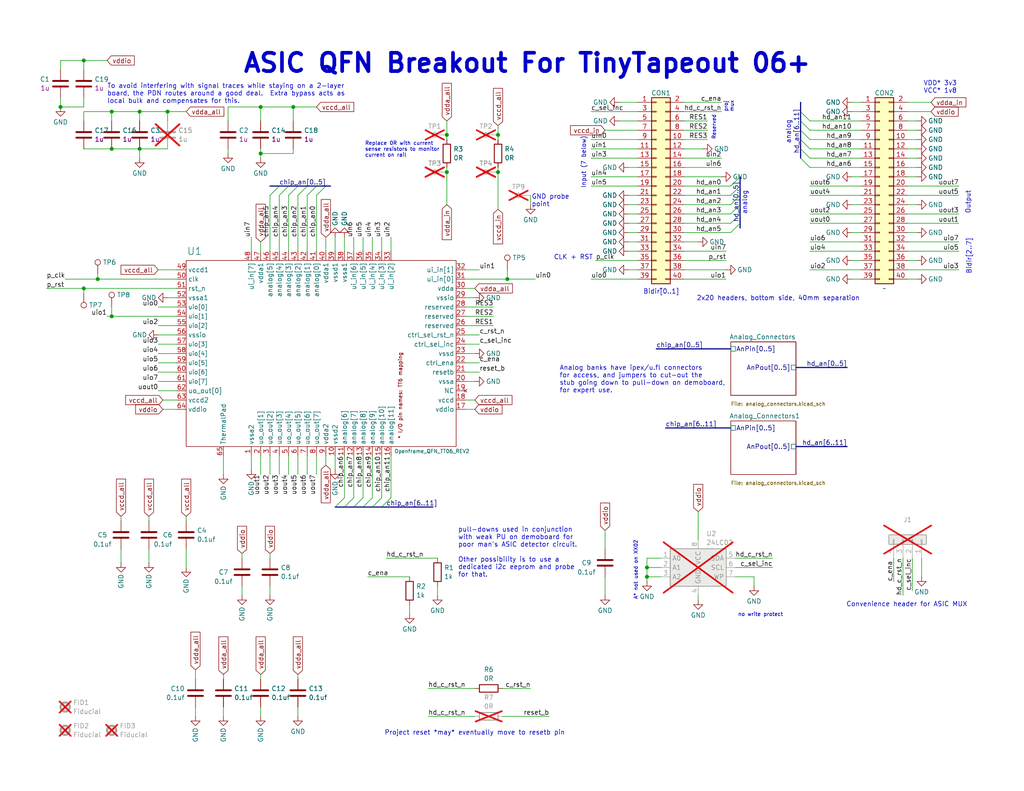
<source format=kicad_sch>
(kicad_sch (version 20231120) (generator "eeschema") (generator_version "8.0")
  (paper "A")
  (title_block (title "TT06 Openframe breakout") (date "2024-11-04") (rev "1.1") (company "Psychogenic Technologies") (comment 1 "(C) 2024 Pat Deegan"))
  (junction (at 121.92 36.83))
  (junction (at 16.51 29.21))
  (junction (at 38.1 30.48))
  (junction (at 135.89 36.83))
  (junction (at 22.86 78.74))
  (junction (at 135.89 46.99))
  (junction (at 45.72 30.48))
  (junction (at 30.48 86.36))
  (junction (at 71.12 29.21))
  (junction (at 26.67 76.2))
  (junction (at 121.92 46.99))
  (junction (at 176.53 154.94))
  (junction (at 38.1 40.64))
  (junction (at 30.48 40.64))
  (junction (at 80.01 29.21))
  (junction (at 138.43 76.2))
  (junction (at 30.48 30.48))
  (junction (at 71.12 41.91))
  (junction (at 176.53 157.48))
  (junction (at 22.86 16.51))
  (bus_entry (at 201.93 50.8) (size -2.54 2.54))
  (bus_entry (at 218.44 40.64) (size 2.54 2.54))
  (bus_entry (at 96.52 138.43) (size 2.54 -2.54))
  (bus_entry (at 201.93 58.42) (size -2.54 2.54))
  (bus_entry (at 218.44 43.18) (size 2.54 2.54))
  (bus_entry (at 76.2 50.8) (size -2.54 2.54))
  (bus_entry (at 101.6 138.43) (size 2.54 -2.54))
  (bus_entry (at 93.98 138.43) (size 2.54 -2.54))
  (bus_entry (at 201.93 48.26) (size -2.54 2.54))
  (bus_entry (at 218.44 30.48) (size 2.54 2.54))
  (bus_entry (at 81.28 50.8) (size -2.54 2.54))
  (bus_entry (at 88.9 50.8) (size -2.54 2.54))
  (bus_entry (at 104.14 138.43) (size 2.54 -2.54))
  (bus_entry (at 218.44 38.1) (size 2.54 2.54))
  (bus_entry (at 91.44 138.43) (size 2.54 -2.54))
  (bus_entry (at 201.93 60.96) (size -2.54 2.54))
  (bus_entry (at 218.44 35.56) (size 2.54 2.54))
  (bus_entry (at 218.44 33.02) (size 2.54 2.54))
  (bus_entry (at 78.74 50.8) (size -2.54 2.54))
  (bus_entry (at 201.93 55.88) (size -2.54 2.54))
  (bus_entry (at 83.82 50.8) (size -2.54 2.54))
  (bus_entry (at 86.36 50.8) (size -2.54 2.54))
  (bus_entry (at 201.93 53.34) (size -2.54 2.54))
  (bus_entry (at 99.06 138.43) (size 2.54 -2.54))
  (wire (pts (xy 22.86 78.74) (xy 48.26 78.74)))
  (wire (pts (xy 104.14 64.77) (xy 104.14 68.58)))
  (wire (pts (xy 186.69 60.96) (xy 199.39 60.96)))
  (bus (pts (xy 218.44 27.94) (xy 218.44 30.48)))
  (wire (pts (xy 220.98 38.1) (xy 234.95 38.1)))
  (wire (pts (xy 251.46 152.4) (xy 251.46 157.48)))
  (wire (pts (xy 48.26 106.68) (xy 43.18 106.68)))
  (wire (pts (xy 68.58 64.77) (xy 68.58 68.58)))
  (wire (pts (xy 22.86 78.74) (xy 22.86 80.01)))
  (bus (pts (xy 181.61 116.84) (xy 199.39 116.84)))
  (wire (pts (xy 38.1 40.64) (xy 38.1 43.18)))
  (wire (pts (xy 104.14 124.46) (xy 104.14 135.89)))
  (wire (pts (xy 127 88.9) (xy 134.62 88.9)))
  (wire (pts (xy 99.06 124.46) (xy 99.06 135.89)))
  (wire (pts (xy 127 86.36) (xy 134.62 86.36)))
  (wire (pts (xy 186.69 76.2) (xy 198.12 76.2)))
  (wire (pts (xy 26.67 74.93) (xy 26.67 76.2)))
  (bus (pts (xy 218.44 38.1) (xy 218.44 40.64)))
  (wire (pts (xy 93.98 64.77) (xy 93.98 68.58)))
  (wire (pts (xy 161.29 38.1) (xy 173.99 38.1)))
  (wire (pts (xy 186.69 38.1) (xy 193.04 38.1)))
  (wire (pts (xy 99.06 64.77) (xy 99.06 68.58)))
  (wire (pts (xy 38.1 40.64) (xy 45.72 40.64)))
  (wire (pts (xy 220.98 66.04) (xy 234.95 66.04)))
  (bus (pts (xy 179.07 95.25) (xy 199.39 95.25)))
  (wire (pts (xy 165.1 144.78) (xy 165.1 149.86)))
  (wire (pts (xy 186.69 68.58) (xy 198.12 68.58)))
  (wire (pts (xy 232.41 63.5) (xy 234.95 63.5)))
  (wire (pts (xy 76.2 53.34) (xy 76.2 68.58)))
  (wire (pts (xy 38.1 30.48) (xy 38.1 33.02)))
  (wire (pts (xy 60.96 124.46) (xy 60.96 129.54)))
  (wire (pts (xy 186.69 48.26) (xy 196.85 48.26)))
  (bus (pts (xy 201.93 50.8) (xy 201.93 53.34)))
  (wire (pts (xy 30.48 40.64) (xy 38.1 40.64)))
  (wire (pts (xy 16.51 26.67) (xy 16.51 29.21)))
  (wire (pts (xy 232.41 30.48) (xy 234.95 30.48)))
  (bus (pts (xy 78.74 50.8) (xy 81.28 50.8)))
  (wire (pts (xy 186.69 30.48) (xy 196.85 30.48)))
  (wire (pts (xy 127 111.76) (xy 129.54 111.76)))
  (wire (pts (xy 165.1 157.48) (xy 165.1 162.56)))
  (wire (pts (xy 232.41 76.2) (xy 234.95 76.2)))
  (wire (pts (xy 186.69 33.02) (xy 193.04 33.02)))
  (wire (pts (xy 53.34 182.88) (xy 53.34 185.42)))
  (wire (pts (xy 80.01 40.64) (xy 80.01 41.91)))
  (wire (pts (xy 243.84 152.4) (xy 243.84 158.75)))
  (wire (pts (xy 62.23 40.64) (xy 62.23 41.91)))
  (wire (pts (xy 71.12 40.64) (xy 71.12 41.91)))
  (wire (pts (xy 22.86 29.21) (xy 16.51 29.21)))
  (wire (pts (xy 83.82 129.54) (xy 83.82 124.46)))
  (wire (pts (xy 73.66 53.34) (xy 73.66 68.58)))
  (wire (pts (xy 247.65 45.72) (xy 250.19 45.72)))
  (wire (pts (xy 73.66 160.02) (xy 73.66 162.56)))
  (wire (pts (xy 176.53 154.94) (xy 180.34 154.94)))
  (bus (pts (xy 201.93 60.96) (xy 201.93 62.23)))
  (wire (pts (xy 30.48 86.36) (xy 29.21 86.36)))
  (wire (pts (xy 220.98 40.64) (xy 234.95 40.64)))
  (wire (pts (xy 71.12 66.04) (xy 71.12 68.58)))
  (wire (pts (xy 16.51 16.51) (xy 16.51 19.05)))
  (wire (pts (xy 101.6 124.46) (xy 101.6 135.89)))
  (wire (pts (xy 130.81 99.06) (xy 127 99.06)))
  (wire (pts (xy 71.12 29.21) (xy 71.12 33.02)))
  (wire (pts (xy 186.69 50.8) (xy 199.39 50.8)))
  (wire (pts (xy 73.66 129.54) (xy 73.66 124.46)))
  (wire (pts (xy 68.58 128.27) (xy 68.58 124.46)))
  (bus (pts (xy 104.14 138.43) (xy 118.11 138.43)))
  (wire (pts (xy 186.69 71.12) (xy 198.12 71.12)))
  (wire (pts (xy 248.92 152.4) (xy 248.92 161.29)))
  (bus (pts (xy 86.36 50.8) (xy 88.9 50.8)))
  (wire (pts (xy 176.53 152.4) (xy 176.53 154.94)))
  (wire (pts (xy 91.44 68.58) (xy 91.44 64.77)))
  (wire (pts (xy 48.26 76.2) (xy 26.67 76.2)))
  (wire (pts (xy 81.28 184.15) (xy 81.28 185.42)))
  (wire (pts (xy 138.43 76.2) (xy 127 76.2)))
  (wire (pts (xy 101.6 64.77) (xy 101.6 68.58)))
  (wire (pts (xy 161.29 30.48) (xy 173.99 30.48)))
  (wire (pts (xy 247.65 58.42) (xy 261.62 58.42)))
  (wire (pts (xy 232.41 71.12) (xy 234.95 71.12)))
  (wire (pts (xy 247.65 73.66) (xy 261.62 73.66)))
  (wire (pts (xy 78.74 53.34) (xy 78.74 68.58)))
  (wire (pts (xy 60.96 193.04) (xy 60.96 195.58)))
  (wire (pts (xy 121.92 45.72) (xy 121.92 46.99)))
  (wire (pts (xy 247.65 50.8) (xy 261.62 50.8)))
  (wire (pts (xy 161.29 43.18) (xy 173.99 43.18)))
  (wire (pts (xy 220.98 50.8) (xy 234.95 50.8)))
  (wire (pts (xy 220.98 58.42) (xy 234.95 58.42)))
  (wire (pts (xy 44.45 109.22) (xy 48.26 109.22)))
  (wire (pts (xy 71.12 29.21) (xy 62.23 29.21)))
  (wire (pts (xy 220.98 53.34) (xy 234.95 53.34)))
  (wire (pts (xy 26.67 76.2) (xy 17.78 76.2)))
  (wire (pts (xy 62.23 29.21) (xy 62.23 33.02)))
  (wire (pts (xy 220.98 73.66) (xy 234.95 73.66)))
  (wire (pts (xy 50.8 30.48) (xy 45.72 30.48)))
  (wire (pts (xy 78.74 129.54) (xy 78.74 124.46)))
  (wire (pts (xy 71.12 195.58) (xy 71.12 193.04)))
  (wire (pts (xy 247.65 63.5) (xy 250.19 63.5)))
  (wire (pts (xy 86.36 129.54) (xy 86.36 124.46)))
  (wire (pts (xy 135.89 36.83) (xy 135.89 38.1)))
  (wire (pts (xy 162.56 71.12) (xy 173.99 71.12)))
  (wire (pts (xy 48.26 104.14) (xy 43.18 104.14)))
  (wire (pts (xy 60.96 184.15) (xy 60.96 185.42)))
  (wire (pts (xy 127 109.22) (xy 129.54 109.22)))
  (wire (pts (xy 186.69 58.42) (xy 199.39 58.42)))
  (bus (pts (xy 101.6 138.43) (xy 99.06 138.43)))
  (wire (pts (xy 80.01 29.21) (xy 80.01 33.02)))
  (bus (pts (xy 201.93 58.42) (xy 201.93 60.96)))
  (wire (pts (xy 130.81 101.6) (xy 127 101.6)))
  (wire (pts (xy 100.33 157.48) (xy 111.76 157.48)))
  (wire (pts (xy 116.84 195.58) (xy 129.54 195.58)))
  (wire (pts (xy 220.98 43.18) (xy 234.95 43.18)))
  (wire (pts (xy 176.53 157.48) (xy 176.53 158.75)))
  (bus (pts (xy 201.93 53.34) (xy 201.93 55.88)))
  (wire (pts (xy 43.18 73.66) (xy 48.26 73.66)))
  (wire (pts (xy 176.53 157.48) (xy 180.34 157.48)))
  (wire (pts (xy 106.68 124.46) (xy 106.68 135.89)))
  (wire (pts (xy 130.81 91.44) (xy 127 91.44)))
  (wire (pts (xy 88.9 124.46) (xy 88.9 127)))
  (wire (pts (xy 165.1 35.56) (xy 173.99 35.56)))
  (wire (pts (xy 171.45 60.96) (xy 173.99 60.96)))
  (wire (pts (xy 171.45 53.34) (xy 173.99 53.34)))
  (wire (pts (xy 127 78.74) (xy 129.54 78.74)))
  (wire (pts (xy 161.29 50.8) (xy 173.99 50.8)))
  (wire (pts (xy 22.86 16.51) (xy 22.86 19.05)))
  (wire (pts (xy 86.36 53.34) (xy 86.36 68.58)))
  (wire (pts (xy 48.26 96.52) (xy 43.18 96.52)))
  (wire (pts (xy 129.54 104.14) (xy 127 104.14)))
  (bus (pts (xy 73.66 50.8) (xy 76.2 50.8)))
  (wire (pts (xy 247.65 38.1) (xy 250.19 38.1)))
  (wire (pts (xy 176.53 154.94) (xy 176.53 157.48)))
  (wire (pts (xy 247.65 35.56) (xy 250.19 35.56)))
  (wire (pts (xy 119.38 160.02) (xy 119.38 162.56)))
  (wire (pts (xy 71.12 184.15) (xy 71.12 185.42)))
  (wire (pts (xy 88.9 64.77) (xy 88.9 68.58)))
  (wire (pts (xy 200.66 152.4) (xy 210.82 152.4)))
  (wire (pts (xy 105.41 152.4) (xy 119.38 152.4)))
  (wire (pts (xy 186.69 27.94) (xy 196.85 27.94)))
  (wire (pts (xy 53.34 193.04) (xy 53.34 195.58)))
  (bus (pts (xy 217.17 100.33) (xy 231.14 100.33)))
  (bus (pts (xy 99.06 138.43) (xy 96.52 138.43)))
  (wire (pts (xy 186.69 45.72) (xy 196.85 45.72)))
  (wire (pts (xy 71.12 129.54) (xy 71.12 124.46)))
  (wire (pts (xy 232.41 55.88) (xy 234.95 55.88)))
  (wire (pts (xy 22.86 26.67) (xy 22.86 29.21)))
  (wire (pts (xy 186.69 66.04) (xy 190.5 66.04)))
  (wire (pts (xy 12.7 78.74) (xy 22.86 78.74)))
  (wire (pts (xy 81.28 193.04) (xy 81.28 195.58)))
  (wire (pts (xy 200.66 157.48) (xy 205.74 157.48)))
  (wire (pts (xy 86.36 29.21) (xy 80.01 29.21)))
  (wire (pts (xy 247.65 33.02) (xy 250.19 33.02)))
  (wire (pts (xy 48.26 83.82) (xy 43.18 83.82)))
  (wire (pts (xy 171.45 55.88) (xy 173.99 55.88)))
  (wire (pts (xy 161.29 76.2) (xy 173.99 76.2)))
  (wire (pts (xy 171.45 45.72) (xy 173.99 45.72)))
  (wire (pts (xy 247.65 60.96) (xy 261.62 60.96)))
  (wire (pts (xy 66.04 160.02) (xy 66.04 162.56)))
  (wire (pts (xy 81.28 53.34) (xy 81.28 68.58)))
  (bus (pts (xy 218.44 33.02) (xy 218.44 35.56)))
  (wire (pts (xy 80.01 29.21) (xy 71.12 29.21)))
  (wire (pts (xy 247.65 76.2) (xy 250.19 76.2)))
  (wire (pts (xy 45.72 81.28) (xy 48.26 81.28)))
  (wire (pts (xy 186.69 53.34) (xy 199.39 53.34)))
  (wire (pts (xy 247.65 55.88) (xy 250.19 55.88)))
  (bus (pts (xy 81.28 50.8) (xy 83.82 50.8)))
  (bus (pts (xy 104.14 138.43) (xy 101.6 138.43)))
  (wire (pts (xy 247.65 68.58) (xy 261.62 68.58)))
  (wire (pts (xy 121.92 36.83) (xy 121.92 38.1)))
  (wire (pts (xy 138.43 73.66) (xy 138.43 76.2)))
  (wire (pts (xy 186.69 40.64) (xy 191.77 40.64)))
  (wire (pts (xy 50.8 149.86) (xy 50.8 154.94)))
  (wire (pts (xy 48.26 99.06) (xy 43.18 99.06)))
  (wire (pts (xy 111.76 165.1) (xy 111.76 167.64)))
  (bus (pts (xy 201.93 55.88) (xy 201.93 58.42)))
  (wire (pts (xy 22.86 40.64) (xy 30.48 40.64)))
  (wire (pts (xy 91.44 128.27) (xy 91.44 124.46)))
  (wire (pts (xy 83.82 53.34) (xy 83.82 68.58)))
  (wire (pts (xy 71.12 41.91) (xy 80.01 41.91)))
  (wire (pts (xy 48.26 86.36) (xy 30.48 86.36)))
  (wire (pts (xy 116.84 187.96) (xy 129.54 187.96)))
  (wire (pts (xy 171.45 58.42) (xy 173.99 58.42)))
  (wire (pts (xy 247.65 66.04) (xy 261.62 66.04)))
  (bus (pts (xy 218.44 35.56) (xy 218.44 38.1)))
  (wire (pts (xy 121.92 33.02) (xy 121.92 36.83)))
  (wire (pts (xy 171.45 73.66) (xy 173.99 73.66)))
  (wire (pts (xy 93.98 124.46) (xy 93.98 135.89)))
  (wire (pts (xy 171.45 63.5) (xy 173.99 63.5)))
  (bus (pts (xy 88.9 50.8) (xy 90.17 50.8)))
  (wire (pts (xy 247.65 53.34) (xy 261.62 53.34)))
  (wire (pts (xy 121.92 46.99) (xy 121.92 55.88)))
  (wire (pts (xy 171.45 66.04) (xy 173.99 66.04)))
  (wire (pts (xy 186.69 43.18) (xy 196.85 43.18)))
  (bus (pts (xy 93.98 138.43) (xy 91.44 138.43)))
  (wire (pts (xy 66.04 151.13) (xy 66.04 152.4)))
  (wire (pts (xy 96.52 64.77) (xy 96.52 68.58)))
  (wire (pts (xy 220.98 68.58) (xy 234.95 68.58)))
  (wire (pts (xy 135.89 46.99) (xy 135.89 57.15)))
  (wire (pts (xy 73.66 151.13) (xy 73.66 152.4)))
  (wire (pts (xy 50.8 140.97) (xy 50.8 142.24)))
  (wire (pts (xy 161.29 40.64) (xy 173.99 40.64)))
  (wire (pts (xy 180.34 152.4) (xy 176.53 152.4)))
  (wire (pts (xy 22.86 33.02) (xy 22.86 30.48)))
  (wire (pts (xy 168.91 33.02) (xy 173.99 33.02)))
  (wire (pts (xy 247.65 48.26) (xy 250.19 48.26)))
  (wire (pts (xy 30.48 83.82) (xy 30.48 86.36)))
  (wire (pts (xy 146.05 76.2) (xy 138.43 76.2)))
  (wire (pts (xy 246.38 152.4) (xy 246.38 162.56)))
  (wire (pts (xy 45.72 30.48) (xy 45.72 33.02)))
  (wire (pts (xy 40.64 149.86) (xy 40.64 153.67)))
  (wire (pts (xy 33.02 140.97) (xy 33.02 142.24)))
  (wire (pts (xy 30.48 30.48) (xy 30.48 33.02)))
  (bus (pts (xy 218.44 30.48) (xy 218.44 33.02)))
  (wire (pts (xy 106.68 68.58) (xy 106.68 64.77)))
  (wire (pts (xy 190.5 162.56) (xy 190.5 163.83)))
  (bus (pts (xy 96.52 138.43) (xy 93.98 138.43)))
  (wire (pts (xy 186.69 35.56) (xy 193.04 35.56)))
  (wire (pts (xy 161.29 48.26) (xy 173.99 48.26)))
  (wire (pts (xy 38.1 30.48) (xy 30.48 30.48)))
  (wire (pts (xy 33.02 149.86) (xy 33.02 153.67)))
  (wire (pts (xy 220.98 35.56) (xy 234.95 35.56)))
  (wire (pts (xy 144.78 53.34) (xy 144.78 55.88)))
  (wire (pts (xy 247.65 40.64) (xy 250.19 40.64)))
  (wire (pts (xy 48.26 101.6) (xy 43.18 101.6)))
  (wire (pts (xy 22.86 30.48) (xy 30.48 30.48)))
  (wire (pts (xy 130.81 73.66) (xy 127 73.66)))
  (bus (pts (xy 217.17 121.92) (xy 231.14 121.92)))
  (wire (pts (xy 45.72 30.48) (xy 38.1 30.48)))
  (wire (pts (xy 232.41 27.94) (xy 234.95 27.94)))
  (wire (pts (xy 220.98 60.96) (xy 234.95 60.96)))
  (wire (pts (xy 96.52 124.46) (xy 96.52 135.89)))
  (wire (pts (xy 247.65 27.94) (xy 254 27.94)))
  (wire (pts (xy 29.21 16.51) (xy 22.86 16.51)))
  (wire (pts (xy 22.86 16.51) (xy 16.51 16.51)))
  (wire (pts (xy 48.26 93.98) (xy 43.18 93.98)))
  (wire (pts (xy 186.69 63.5) (xy 199.39 63.5)))
  (wire (pts (xy 76.2 129.54) (xy 76.2 124.46)))
  (wire (pts (xy 247.65 30.48) (xy 254 30.48)))
  (wire (pts (xy 135.89 34.29) (xy 135.89 36.83)))
  (wire (pts (xy 40.64 140.97) (xy 40.64 142.24)))
  (wire (pts (xy 130.81 93.98) (xy 127 93.98)))
  (wire (pts (xy 220.98 45.72) (xy 234.95 45.72)))
  (wire (pts (xy 127 83.82) (xy 134.62 83.82)))
  (wire (pts (xy 186.69 55.88) (xy 199.39 55.88)))
  (wire (pts (xy 190.5 139.7) (xy 190.5 147.32)))
  (bus (pts (xy 218.44 40.64) (xy 218.44 43.18)))
  (wire (pts (xy 186.69 73.66) (xy 198.12 73.66)))
  (wire (pts (xy 232.41 48.26) (xy 234.95 48.26)))
  (wire (pts (xy 171.45 68.58) (xy 173.99 68.58)))
  (wire (pts (xy 137.16 187.96) (xy 144.78 187.96)))
  (wire (pts (xy 81.28 129.54) (xy 81.28 124.46)))
  (wire (pts (xy 200.66 154.94) (xy 210.82 154.94)))
  (wire (pts (xy 43.18 91.44) (xy 48.26 91.44)))
  (wire (pts (xy 137.16 195.58) (xy 149.86 195.58)))
  (wire (pts (xy 205.74 157.48) (xy 205.74 160.02)))
  (wire (pts (xy 129.54 96.52) (xy 127 96.52)))
  (bus (pts (xy 201.93 48.26) (xy 201.93 50.8)))
  (wire (pts (xy 247.65 43.18) (xy 250.19 43.18)))
  (wire (pts (xy 48.26 88.9) (xy 43.18 88.9)))
  (wire (pts (xy 71.12 41.91) (xy 71.12 43.18)))
  (bus (pts (xy 76.2 50.8) (xy 78.74 50.8)))
  (wire (pts (xy 135.89 45.72) (xy 135.89 46.99)))
  (wire (pts (xy 220.98 33.02) (xy 234.95 33.02)))
  (wire (pts (xy 129.54 81.28) (xy 127 81.28)))
  (wire (pts (xy 247.65 71.12) (xy 250.19 71.12)))
  (wire (pts (xy 44.45 111.76) (xy 48.26 111.76)))
  (bus (pts (xy 83.82 50.8) (xy 86.36 50.8)))
  (wire (pts (xy 168.91 27.94) (xy 173.99 27.94)))
  (text "CLK + RST" (at 161.798 70.358 0) (effects (font (size 1.27 1.27)) (justify right)))
  (text "Convenience header for ASIC MUX" (at 230.886 165.1 0) (effects (font (size 1.27 1.27)) (justify left)))
  (text "Reserved" (at 194.818 34.798 90) (effects (font (size 1 1))))
  (text "ASIC QFN Breakout For TinyTapeout 06+" (at 66.04 20.32 0) (effects (font (size 5 5) (thickness 1) (bold yes)) (justify left bottom)))
  (text "VDD* 3v3\nVCC* 1v8" (at 256.54 23.876 0) (effects (font (size 1.27 1.27))))
  (text "A* not used on XX02" (at 173.482 155.702 90) (effects (font (size 1 1))))
  (text "2x20 headers, bottom side, 40mm separation" (at 212.344 81.534 0) (effects (font (size 1.27 1.27))))
  (text "no write protect" (at 207.518 167.894 0) (effects (font (size 1 1))))
  (text "pull-downs used in conjunction \nwith weak PU on demoboard for \npoor man's ASIC detector circuit.\n\nOther possibility is to use a\ndedicated i2c eeprom and probe \nfor that." (at 124.968 150.876 0) (effects (font (size 1.27 1.27)) (justify left)))
  (text "GND probe \npoint" (at 145.034 54.864 0) (effects (font (size 1.27 1.27)) (justify left)))
  (text "proj\nmux" (at 198.882 30.734 90) (effects (font (size 1 1)) (justify left)))
  (text "analog" (at 203.2 55.372 90) (effects (font (size 1.27 1.27))))
  (text "Bidir[0..1]" (at 185.42 79.756 0) (effects (font (size 1.27 1.27)) (justify right)))
  (text "analog" (at 215.138 36.068 90) (effects (font (size 1.27 1.27))))
  (text "Input (7 below)" (at 159.258 51.562 90) (effects (font (size 1.2 1.2)) (justify left)))
  (text "To avoid interfering with signal traces while staying on a 2-layer \nboard, the PDN routes around a good deal.  Extra bypass acts as \nlocal bulk and compensates for this." (at 29.21 25.654 0) (effects (font (size 1.27 1.27)) (justify left)))
  (text "Replace 0R with current\nsense resistors to monitor\ncurrent on rail" (at 99.568 40.894 0) (effects (font (size 1 1)) (justify left)))
  (text "Project reset *may* eventually move to resetb pin" (at 129.54 200.152 0) (effects (font (size 1.27 1.27))))
  (text "Analog banks have ipex/u.fl connectors \nfor access, and jumpers to cut-out the \nstub going down to pull-down on demoboard, \nfor expert use." (at 152.654 103.632 0) (effects (font (size 1.27 1.27)) (justify left)))
  (text "Bidir[2..7]" (at 264.414 65.024 90) (effects (font (size 1.27 1.27)) (justify right)))
  (text "Output" (at 264.16 52.07 90) (effects (font (size 1.27 1.27)) (justify right)))
  (label "hd_an10" (at 232.41 35.56 180))
  (label "uout6" (at 220.98 50.8 0))
  (label "p_clk" (at 162.56 71.12 0))
  (label "c_sel_inc" (at 210.82 154.94 180))
  (label "hd_c_rst_n" (at 246.38 162.56 90))
  (label "hd_an8" (at 232.41 40.64 180))
  (label "hd_c_rst_n" (at 116.84 187.96 0))
  (label "uio7" (at 261.62 66.04 180))
  (label "uin4" (at 101.6 64.77 90))
  (label "p_rst" (at 198.12 71.12 180))
  (label "uio5" (at 261.62 68.58 180))
  (label "uout3" (at 76.2 129.54 270))
  (label "hd_an[0..5]" (at 201.93 49.53 270))
  (label "hd_an2" (at 196.85 55.88 180))
  (label "chip_an[6..11]" (at 181.61 116.84 0))
  (label "uio2" (at 220.98 73.66 0))
  (label "uin2" (at 196.85 43.18 180))
  (label "chip_an[6..11]" (at 105.41 138.43 0))
  (label "uio6" (at 43.18 101.6 180))
  (label "uio3" (at 43.18 93.98 180))
  (label "hd_an7" (at 232.41 43.18 180))
  (label "uin2" (at 106.68 64.77 90))
  (label "chip_an10" (at 104.14 124.46 270))
  (label "uin6" (at 96.52 64.77 90))
  (label "uout2" (at 220.98 58.42 0))
  (label "c_ena" (at 196.85 27.94 180))
  (label "uio1" (at 29.21 86.36 180))
  (label "hd_an6" (at 232.41 45.72 180))
  (label "c_rst_n" (at 130.81 91.44 0))
  (label "chip_an11" (at 106.68 124.46 270))
  (label "hd_an[0..5]" (at 231.14 100.33 180))
  (label "RES1" (at 134.62 88.9 180))
  (label "uout7" (at 86.36 129.54 270))
  (label "uout1" (at 71.12 129.54 270))
  (label "reset_b" (at 130.81 101.6 0))
  (label "RES1" (at 193.04 33.02 180))
  (label "chip_an7" (at 96.52 124.46 270))
  (label "uin1" (at 161.29 40.64 0))
  (label "uin0" (at 161.29 38.1 0))
  (label "c_ena" (at 100.33 157.48 0))
  (label "c_sel_inc" (at 161.29 30.48 0))
  (label "uin5" (at 99.06 64.77 90))
  (label "uin3" (at 161.29 43.18 0))
  (label "uout3" (at 261.62 58.42 180))
  (label "uout5" (at 261.62 53.34 180))
  (label "uio5" (at 43.18 99.06 180))
  (label "hd_c_rst_n" (at 210.82 152.4 180))
  (label "uio4" (at 43.18 96.52 180))
  (label "hd_an4" (at 196.85 60.96 180))
  (label "c_sel_inc" (at 248.92 161.29 90))
  (label "hd_an11" (at 232.41 33.02 180))
  (label "uin3" (at 104.14 64.77 90))
  (label "reset_b" (at 149.86 195.58 180))
  (label "c_ena" (at 243.84 158.75 90))
  (label "uout5" (at 81.28 129.54 270))
  (label "chip_an4" (at 76.2 64.77 90))
  (label "p_rst" (at 12.7 78.74 0))
  (label "uin6" (at 196.85 45.72 180))
  (label "uin0" (at 146.05 76.2 0))
  (label "c_ena" (at 130.81 99.06 0))
  (label "hd_an0" (at 196.85 50.8 180))
  (label "chip_an[0..5]" (at 179.07 95.25 0))
  (label "uio0" (at 43.18 83.82 180))
  (label "uin7" (at 198.12 68.58 180))
  (label "hd_c_rst_n" (at 196.85 30.48 180))
  (label "uio7" (at 43.18 104.14 180))
  (label "hd_an5" (at 196.85 63.5 180))
  (label "chip_an6" (at 93.98 124.46 270))
  (label "chip_an5" (at 73.66 64.77 90))
  (label "uout0" (at 43.18 106.68 180))
  (label "RES3" (at 193.04 38.1 180))
  (label "chip_an8" (at 99.06 124.46 270))
  (label "uio1" (at 198.12 76.2 180))
  (label "c_sel_inc" (at 130.81 93.98 0))
  (label "uout6" (at 83.82 129.54 270))
  (label "uout7" (at 261.62 50.8 180))
  (label "uin7" (at 68.58 64.77 90))
  (label "hd_an1" (at 196.85 53.34 180))
  (label "chip_an9" (at 101.6 124.46 270))
  (label "uout0" (at 220.98 60.96 0))
  (label "RES2" (at 134.62 86.36 180))
  (label "uout4" (at 78.74 129.54 270))
  (label "uout4" (at 220.98 53.34 0))
  (label "chip_an1" (at 83.82 64.77 90))
  (label "hd_an9" (at 232.41 38.1 180))
  (label "hd_an[6..11]" (at 231.14 121.92 180))
  (label "hd_c_rst_n" (at 105.41 152.4 0))
  (label "uio6" (at 220.98 66.04 0))
  (label "RES2" (at 193.04 35.56 180))
  (label "hd_an[6..11]" (at 218.44 41.91 90))
  (label "c_rst_n" (at 144.78 187.96 180))
  (label "chip_an[0..5]" (at 76.2 50.8 0))
  (label "uout1" (at 261.62 60.96 180))
  (label "p_clk" (at 17.78 76.2 180))
  (label "chip_an2" (at 81.28 64.77 90))
  (label "uout2" (at 73.66 129.54 270))
  (label "hd_an3" (at 196.85 58.42 180))
  (label "chip_an3" (at 78.74 64.77 90))
  (label "uio4" (at 220.98 68.58 0))
  (label "chip_an0" (at 86.36 64.77 90))
  (label "uin1" (at 130.81 73.66 0))
  (label "uin5" (at 161.29 50.8 0))
  (label "uio2" (at 43.18 88.9 180))
  (label "uio3" (at 261.62 73.66 180))
  (label "hd_c_rst_n" (at 116.84 195.58 0))
  (label "uio0" (at 161.29 76.2 0))
  (label "uin4" (at 161.29 48.26 0))
  (label "RES3" (at 134.62 83.82 180))
  (global_label "vccd_in" (shape input) (at 135.89 57.15 270) (property "Intersheetrefs" "${INTERSHEET_REFS}" (effects (hide yes))))
  (global_label "vddio" (shape input) (at 29.21 16.51 0) (property "Intersheetrefs" "${INTERSHEET_REFS}" (effects (hide yes))))
  (global_label "vdda_all" (shape input) (at 53.34 182.88 90) (property "Intersheetrefs" "${INTERSHEET_REFS}" (effects (hide yes))))
  (global_label "vccd_all" (shape input) (at 135.89 34.29 90) (property "Intersheetrefs" "${INTERSHEET_REFS}" (effects (hide yes))))
  (global_label "vccd_all" (shape input) (at 129.54 109.22 0) (property "Intersheetrefs" "${INTERSHEET_REFS}" (effects (hide yes))))
  (global_label "vddio" (shape input) (at 44.45 111.76 180) (property "Intersheetrefs" "${INTERSHEET_REFS}" (effects (hide yes))))
  (global_label "vddio" (shape input) (at 254 30.48 0) (property "Intersheetrefs" "${INTERSHEET_REFS}" (effects (hide yes))))
  (global_label "vddio" (shape input) (at 66.04 151.13 90) (property "Intersheetrefs" "${INTERSHEET_REFS}" (effects (hide yes))))
  (global_label "vccd_all" (shape input) (at 43.18 73.66 180) (property "Intersheetrefs" "${INTERSHEET_REFS}" (effects (hide yes))))
  (global_label "vccd_all" (shape input) (at 44.45 109.22 180) (property "Intersheetrefs" "${INTERSHEET_REFS}" (effects (hide yes))))
  (global_label "vddio" (shape input) (at 129.54 111.76 0) (property "Intersheetrefs" "${INTERSHEET_REFS}" (effects (hide yes))))
  (global_label "vccd_all" (shape input) (at 50.8 140.97 90) (property "Intersheetrefs" "${INTERSHEET_REFS}" (effects (hide yes))))
  (global_label "vccd_all" (shape input) (at 33.02 140.97 90) (property "Intersheetrefs" "${INTERSHEET_REFS}" (effects (hide yes))))
  (global_label "vdda_all" (shape input) (at 81.28 184.15 90) (property "Intersheetrefs" "${INTERSHEET_REFS}" (effects (hide yes))))
  (global_label "vdda_all" (shape input) (at 88.9 127 270) (property "Intersheetrefs" "${INTERSHEET_REFS}" (effects (hide yes))))
  (global_label "vdda_all" (shape input) (at 88.9 64.77 90) (property "Intersheetrefs" "${INTERSHEET_REFS}" (effects (hide yes))))
  (global_label "vccd_all" (shape input) (at 86.36 29.21 0) (property "Intersheetrefs" "${INTERSHEET_REFS}" (effects (hide yes))))
  (global_label "vdda_in" (shape input) (at 121.92 55.88 270) (property "Intersheetrefs" "${INTERSHEET_REFS}" (effects (hide yes))))
  (global_label "vdda_all" (shape input) (at 121.92 33.02 90) (property "Intersheetrefs" "${INTERSHEET_REFS}" (effects (hide yes))))
  (global_label "vdda_all" (shape input) (at 71.12 184.15 90) (property "Intersheetrefs" "${INTERSHEET_REFS}" (effects (hide yes))))
  (global_label "vccd_in" (shape input) (at 165.1 35.56 180) (property "Intersheetrefs" "${INTERSHEET_REFS}" (effects (hide yes))))
  (global_label "vdda_all" (shape input) (at 71.12 66.04 90) (property "Intersheetrefs" "${INTERSHEET_REFS}" (effects (hide yes))))
  (global_label "vddio" (shape input) (at 73.66 151.13 90) (property "Intersheetrefs" "${INTERSHEET_REFS}" (effects (hide yes))))
  (global_label "vdda_all" (shape input) (at 60.96 184.15 90) (property "Intersheetrefs" "${INTERSHEET_REFS}" (effects (hide yes))))
  (global_label "vddio" (shape input) (at 190.5 139.7 90) (property "Intersheetrefs" "${INTERSHEET_REFS}" (effects (hide yes))))
  (global_label "vccd_all" (shape input) (at 40.64 140.97 90) (property "Intersheetrefs" "${INTERSHEET_REFS}" (effects (hide yes))))
  (global_label "vdda_all" (shape input) (at 129.54 78.74 0) (property "Intersheetrefs" "${INTERSHEET_REFS}" (effects (hide yes))))
  (global_label "vdda_all" (shape input) (at 50.8 30.48 0) (property "Intersheetrefs" "${INTERSHEET_REFS}" (effects (hide yes))))
  (global_label "vdda_in" (shape input) (at 254 27.94 0) (property "Intersheetrefs" "${INTERSHEET_REFS}" (effects (hide yes))))
  (global_label "vddio" (shape input) (at 165.1 144.78 90) (property "Intersheetrefs" "${INTERSHEET_REFS}" (effects (hide yes))))
  (symbol (lib_id "Device:C") (at 53.34 189.23 0) (unit 1)
    (property "Reference" "C10" (at 50.4191 188.0178 0) (effects (justify right)))
    (property "Value" "0.1uf" (at 50.4191 190.4421 0) (effects (justify right)))
    (property "Footprint" "Capacitor_SMD:C_0402_1005Metric" (effects (hide yes)))
    (property "MPN" "CL05A104KA5NNNC" (effects (hide yes)))
    (property "MPN_ALT" "GRM155R71E104KE14J" (effects (hide yes)))
    (property "Characteristics" "100n 0402" (effects (hide yes)))
    (property "LCSC" "C100072" (effects (hide yes)))
  )
  (symbol (lib_id "Device:C") (at 73.66 156.21 180) (unit 1)
    (property "Reference" "C8" (at 76.581 154.9978 0) (effects (justify right)))
    (property "Value" "0.1uf" (at 76.581 157.4221 0) (effects (justify right)))
    (property "Footprint" "Capacitor_SMD:C_0402_1005Metric" (effects (hide yes)))
    (property "MPN" "CL05A104KA5NNNC" (effects (hide yes)))
    (property "MPN_ALT" "GRM155R71E104KE14J" (effects (hide yes)))
    (property "Characteristics" "100n 0402" (effects (hide yes)))
    (property "LCSC" "C100072" (effects (hide yes)))
  )
  (symbol (lib_id "Device:C") (at 40.64 146.05 0) (unit 1)
    (property "Reference" "C6" (at 45.72 146.05 0))
    (property "Value" "0.1uf" (at 44.45 148.59 0))
    (property "Footprint" "Capacitor_SMD:C_0402_1005Metric" (effects (hide yes)))
    (property "MPN" "CL05A104KA5NNNC" (effects (hide yes)))
    (property "MPN_ALT" "GRM155R71E104KE14J" (effects (hide yes)))
    (property "Characteristics" "100n 0402" (effects (hide yes)))
    (property "LCSC" "C100072" (effects (hide yes)))
  )
  (symbol (lib_id "Device:C") (at 71.12 189.23 0) (unit 1)
    (property "Reference" "C12" (at 74.041 188.0178 0) (effects (justify left)))
    (property "Value" "0.1uf" (at 74.041 190.4421 0) (effects (justify left)))
    (property "Footprint" "Capacitor_SMD:C_0402_1005Metric" (effects (hide yes)))
    (property "MPN" "CL05A104KA5NNNC" (effects (hide yes)))
    (property "MPN_ALT" "GRM155R71E104KE14J" (effects (hide yes)))
    (property "Characteristics" "100n 0402" (effects (hide yes)))
    (property "LCSC" "C100072" (effects (hide yes)))
  )
  (symbol (lib_id "Device:C") (at 33.02 146.05 180) (unit 1)
    (property "Reference" "C5" (at 27.94 146.05 0))
    (property "Value" "0.1uf" (at 27.94 148.59 0))
    (property "Footprint" "Capacitor_SMD:C_0402_1005Metric" (effects (hide yes)))
    (property "MPN" "CL05A104KA5NNNC" (effects (hide yes)))
    (property "MPN_ALT" "GRM155R71E104KE14J" (effects (hide yes)))
    (property "Characteristics" "100n 0402" (effects (hide yes)))
    (property "LCSC" "C100072" (effects (hide yes)))
  )
  (symbol (lib_id "Device:C") (at 81.28 189.23 180) (unit 1)
    (property "Reference" "C13" (at 84.201 188.0178 0) (effects (justify right)))
    (property "Value" "0.1uf" (at 84.201 190.4421 0) (effects (justify right)))
    (property "Footprint" "Capacitor_SMD:C_0402_1005Metric" (effects (hide yes)))
    (property "MPN" "CL05A104KA5NNNC" (effects (hide yes)))
    (property "MPN_ALT" "GRM155R71E104KE14J" (effects (hide yes)))
    (property "Characteristics" "100n 0402" (effects (hide yes)))
    (property "LCSC" "C100072" (effects (hide yes)))
  )
  (symbol (lib_id "Device:C") (at 50.8 146.05 180) (unit 1)
    (property "Reference" "C4" (at 53.721 144.8378 0) (effects (justify right)))
    (property "Value" "0.1uf" (at 53.721 147.2621 0) (effects (justify right)))
    (property "Footprint" "Capacitor_SMD:C_0402_1005Metric" (effects (hide yes)))
    (property "MPN" "CL05A104KA5NNNC" (effects (hide yes)))
    (property "MPN_ALT" "GRM155R71E104KE14J" (effects (hide yes)))
    (property "Characteristics" "100n 0402" (effects (hide yes)))
    (property "LCSC" "C100072" (effects (hide yes)))
  )
  (symbol (lib_id "power:GND") (at 16.51 29.21 0) (unit 1)
    (property "Reference" "#PWR02" (effects (hide yes)))
    (property "Value" "GND" (at 16.51 33.3431 0))
  )
  (symbol (lib_id "Connector_Generic:Conn_01x04") (at 248.92 147.32 270) (mirror x) (unit 1) (dnp yes)
    (property "Reference" "J1" (at 247.65 141.9055 90))
    (property "Value" "Conn_01x04" (effects (hide yes)))
    (property "Footprint" "Connector_PinHeader_2.54mm:PinHeader_1x04_P2.54mm_Vertical" (effects (hide yes)))
    (property "Description" "Generic connector, single row, 01x04, script generated (kicad-library-utils/schlib/autogen/connector/)" (effects (hide yes)))
  )
  (symbol (lib_id "power:GND") (at 68.58 128.27 0) (unit 1)
    (property "Reference" "#PWR014" (effects (hide yes)))
    (property "Value" "GND" (at 68.58 133.35 90))
  )
  (symbol (lib_id "power:GND") (at 60.96 195.58 0) (unit 1)
    (property "Reference" "#PWR026" (effects (hide yes)))
    (property "Value" "GND" (at 60.96 200.66 90))
  )
  (symbol (lib_id "power:GND") (at 40.64 153.67 0) (unit 1)
    (property "Reference" "#PWR018" (effects (hide yes)))
    (property "Value" "GND" (at 40.64 158.75 90))
  )
  (symbol (lib_id "power:GND") (at 66.04 162.56 0) (unit 1)
    (property "Reference" "#PWR020" (effects (hide yes)))
    (property "Value" "GND" (at 66.04 167.64 90))
  )
  (symbol (lib_id "TinyTapeout:Openframe_QFN_TT06_REV2") (at 91.44 95.25 90) (unit 1)
    (property "Reference" "U1" (at 53.086 68.58 90) (effects (font (size 2 2))))
    (property "Value" "Openframe_QFN_TT06_REV2" (at 117.856 123.19 90) (effects (font (size 1 1))))
    (property "Footprint" "Package_DFN_QFN:QFN-64-1EP_9x9mm_P0.5mm_EP7.65x7.65mm" (effects (hide yes)))
    (property "Datasheet" "https://github.com/TinyTapeout/tt-multiplexer/blob/tt06-staging/docs/INFO.md#pinout" (effects (hide yes)))
    (property "Description" "Openframe QFN packaging, with TinyTapeout 6+ pin mapping" (effects (hide yes)))
    (property "Characteristics" "ASIC IC" (effects (hide yes)))
  )
  (symbol (lib_id "psypassives:C_1u_0603_50V") (at 16.51 22.86 0) (unit 1)
    (property "Reference" "C1" (at 13.5891 21.6478 0) (effects (justify right)))
    (property "Value" "C_1u_0603_50V" (effects (hide yes)))
    (property "Footprint" "Capacitor_SMD:C_0603_1608Metric" (effects (hide yes)))
    (property "Description" "Unpolarized capacitor" (effects (hide yes)))
    (property "MPN" "GRT188R61H105KE13D" (effects (hide yes)))
    (property "DigikeyPN" "490-12330-1-ND" (effects (hide yes)))
    (property "Display Value" "1u" (at 13.5891 24.0721 0) (effects (justify right)))
    (property "Characteristics" "1u 0603" (effects (hide yes)))
    (property "LCSC" "C5673" (effects (hide yes)))
  )
  (symbol (lib_id "Device:C") (at 60.96 189.23 0) (unit 1)
    (property "Reference" "C11" (at 63.881 188.0178 0) (effects (justify left)))
    (property "Value" "0.1uf" (at 63.881 190.4421 0) (effects (justify left)))
    (property "Footprint" "Capacitor_SMD:C_0402_1005Metric" (effects (hide yes)))
    (property "MPN" "CL05A104KA5NNNC" (effects (hide yes)))
    (property "MPN_ALT" "GRM155R71E104KE14J" (effects (hide yes)))
    (property "Characteristics" "100n 0402" (effects (hide yes)))
    (property "LCSC" "C100072" (effects (hide yes)))
  )
  (symbol (lib_id "Connector:TestPoint") (at 26.67 74.93 0) (unit 1) (in_bom no)
    (property "Reference" "TP6" (at 28.067 71.628 0) (effects (justify left)))
    (property "Value" "TestPoint" (effects (hide yes)))
    (property "Footprint" "TestPoint:TestPoint_Pad_D1.0mm" (effects (hide yes)))
    (property "Description" "test point" (effects (hide yes)))
  )
  (symbol (lib_id "power:GND") (at 91.44 64.77 180) (unit 1)
    (property "Reference" "#PWR06" (effects (hide yes)))
    (property "Value" "GND" (at 91.44 59.69 90))
  )
  (symbol (lib_id "power:GND") (at 250.19 43.18 90) (unit 1)
    (property "Reference" "#PWR038" (effects (hide yes)))
    (property "Value" "GND" (at 255.27 43.18 90))
  )
  (symbol (lib_id "power:GND") (at 71.12 195.58 0) (unit 1)
    (property "Reference" "#PWR027" (effects (hide yes)))
    (property "Value" "GND" (at 71.12 200.66 90))
  )
  (symbol (lib_id "psypassives:C_1u_0603_50V") (at 22.86 22.86 0) (unit 1)
    (property "Reference" "C19" (at 25.781 21.6478 0) (effects (justify left)))
    (property "Value" "C_1u_0603_50V" (effects (hide yes)))
    (property "Footprint" "Capacitor_SMD:C_0603_1608Metric" (effects (hide yes)))
    (property "Description" "Unpolarized capacitor" (effects (hide yes)))
    (property "MPN" "GRT188R61H105KE13D" (effects (hide yes)))
    (property "DigikeyPN" "490-12330-1-ND" (effects (hide yes)))
    (property "Display Value" "1u" (at 25.781 24.0721 0) (effects (justify left)))
    (property "Characteristics" "1u 0603" (effects (hide yes)))
    (property "LCSC" "C5673" (effects (hide yes)))
  )
  (symbol (lib_id "power:GND") (at 250.19 33.02 90) (unit 1)
    (property "Reference" "#PWR033" (effects (hide yes)))
    (property "Value" "GND" (at 255.27 33.02 90))
  )
  (symbol (lib_id "Device:C") (at 66.04 156.21 180) (unit 1)
    (property "Reference" "C7" (at 60.96 156.21 0))
    (property "Value" "0.1uf" (at 60.96 158.75 0))
    (property "Footprint" "Capacitor_SMD:C_0402_1005Metric" (effects (hide yes)))
    (property "MPN" "CL05A104KA5NNNC" (effects (hide yes)))
    (property "MPN_ALT" "GRM155R71E104KE14J" (effects (hide yes)))
    (property "Characteristics" "100n 0402" (effects (hide yes)))
    (property "LCSC" "C100072" (effects (hide yes)))
  )
  (symbol (lib_id "psypassives:C_1u_0603_50V") (at 38.1 36.83 0) (unit 1)
    (property "Reference" "C3" (at 41.021 35.6178 0) (effects (justify left)))
    (property "Value" "C_1u_0603_50V" (effects (hide yes)))
    (property "Footprint" "Capacitor_SMD:C_0603_1608Metric" (effects (hide yes)))
    (property "Description" "Unpolarized capacitor" (effects (hide yes)))
    (property "MPN" "GRT188R61H105KE13D" (effects (hide yes)))
    (property "DigikeyPN" "490-12330-1-ND" (effects (hide yes)))
    (property "Display Value" "1u" (at 41.021 38.0421 0) (effects (justify left)))
    (property "Characteristics" "1u 0603" (effects (hide yes)))
    (property "LCSC" "C5673" (effects (hide yes)))
  )
  (symbol (lib_id "power:GND") (at 196.85 48.26 90) (unit 1)
    (property "Reference" "#PWR041" (effects (hide yes)))
    (property "Value" "GND" (at 201.93 48.26 90))
  )
  (symbol (lib_id "power:GND") (at 81.28 195.58 0) (unit 1)
    (property "Reference" "#PWR028" (effects (hide yes)))
    (property "Value" "GND" (at 81.28 199.7131 0))
  )
  (symbol (lib_id "power:GND") (at 129.54 81.28 90) (unit 1)
    (property "Reference" "#PWR09" (effects (hide yes)))
    (property "Value" "GND" (at 134.62 81.28 90))
  )
  (symbol (lib_id "power:GND") (at 111.76 167.64 0) (unit 1)
    (property "Reference" "#PWR05" (effects (hide yes)))
    (property "Value" "GND" (at 111.76 171.7731 0))
  )
  (symbol (lib_id "power:GND") (at 33.02 153.67 0) (unit 1)
    (property "Reference" "#PWR017" (effects (hide yes)))
    (property "Value" "GND" (at 33.02 158.75 90))
  )
  (symbol (lib_id "power:GND") (at 53.34 195.58 0) (unit 1)
    (property "Reference" "#PWR025" (effects (hide yes)))
    (property "Value" "GND" (at 53.34 200.66 90))
  )
  (symbol (lib_id "Connector_Generic:Conn_02x20_Odd_Even") (at 179.07 50.8 0) (unit 1)
    (property "Reference" "CON1" (at 180.34 25.4 0))
    (property "Value" "~" (at 180.34 78.74 0))
    (property "Footprint" "TinyTapeout:FH-00148_PinSocket_2x20_P2.54mm" (effects (hide yes)))
    (property "MPN" "NPTC202KFMS-RC" (effects (hide yes)))
    (property "MPN_ALT" "FH-00148" (effects (hide yes)))
    (property "Characteristics" "2x20 100 mil Receptacle SMT" (effects (hide yes)))
    (property "DigikeyPN" "S5690-ND" (effects (hide yes)))
    (property "LCSC" "C2685092" (effects (hide yes)))
  )
  (symbol (lib_id "power:GND") (at 250.19 63.5 90) (unit 1)
    (property "Reference" "#PWR052" (effects (hide yes)))
    (property "Value" "GND" (at 255.27 63.5 90))
  )
  (symbol (lib_id "power:GND") (at 171.45 60.96 270) (unit 1)
    (property "Reference" "#PWR049" (effects (hide yes)))
    (property "Value" "GND" (at 166.37 60.96 90))
  )
  (symbol (lib_id "power:GND") (at 232.41 76.2 270) (unit 1)
    (property "Reference" "#PWR060" (effects (hide yes)))
    (property "Value" "GND" (at 227.33 76.2 90))
  )
  (symbol (lib_id "power:GND") (at 144.78 55.88 0) (unit 1)
    (property "Reference" "#PWR013" (effects (hide yes)))
    (property "Value" "GND" (at 144.78 60.0131 0))
  )
  (symbol (lib_id "power:GND") (at 250.19 55.88 90) (unit 1)
    (property "Reference" "#PWR047" (effects (hide yes)))
    (property "Value" "GND" (at 255.27 55.88 90))
  )
  (symbol (lib_id "Connector:TestPoint") (at 30.48 83.82 0) (unit 1) (in_bom no)
    (property "Reference" "TP8" (at 31.877 80.518 0) (effects (justify left)))
    (property "Value" "TestPoint" (effects (hide yes)))
    (property "Footprint" "TestPoint:TestPoint_Pad_D1.0mm" (effects (hide yes)))
    (property "Description" "test point" (effects (hide yes)))
  )
  (symbol (lib_id "Device:R") (at 133.35 187.96 90) (unit 1)
    (property "Reference" "R6" (at 133.35 182.7995 90))
    (property "Value" "0R" (at 133.35 185.2238 90))
    (property "Footprint" "Resistor_SMD:R_0402_1005Metric" (effects (hide yes)))
    (property "Description" "Resistor" (effects (hide yes)))
    (property "Characteristics" "0R 0402" (effects (hide yes)))
  )
  (symbol (lib_id "psypassives:C_1u_0603_50V") (at 71.12 36.83 0) (unit 1)
    (property "Reference" "C14" (at 74.041 35.6178 0) (effects (justify left)))
    (property "Value" "C_1u_0603_50V" (effects (hide yes)))
    (property "Footprint" "Capacitor_SMD:C_0603_1608Metric" (effects (hide yes)))
    (property "Description" "Unpolarized capacitor" (effects (hide yes)))
    (property "MPN" "GRT188R61H105KE13D" (effects (hide yes)))
    (property "DigikeyPN" "490-12330-1-ND" (effects (hide yes)))
    (property "Display Value" "1u" (at 74.041 38.0421 0) (effects (justify left)))
    (property "Characteristics" "1u 0603" (effects (hide yes)))
    (property "LCSC" "C5673" (effects (hide yes)))
  )
  (symbol (lib_id "power:GND") (at 168.91 27.94 270) (unit 1)
    (property "Reference" "#PWR029" (effects (hide yes)))
    (property "Value" "GND" (at 163.83 27.94 90))
  )
  (symbol (lib_id "Device:R") (at 119.38 156.21 0) (unit 1)
    (property "Reference" "R1" (at 121.158 154.9978 0) (effects (justify left)))
    (property "Value" "1k" (at 121.158 157.4221 0) (effects (justify left)))
    (property "Footprint" "Resistor_SMD:R_0402_1005Metric" (effects (hide yes)))
    (property "Description" "Resistor" (effects (hide yes)))
    (property "Characteristics" "1k 0402" (effects (hide yes)))
    (property "LCSC" "C202394" (effects (hide yes)))
  )
  (symbol (lib_id "psypassives:C_1u_0603_50V") (at 62.23 36.83 0) (unit 1)
    (property "Reference" "C2" (at 65.151 35.6178 0) (effects (justify left)))
    (property "Value" "C_1u_0603_50V" (effects (hide yes)))
    (property "Footprint" "Capacitor_SMD:C_0603_1608Metric" (effects (hide yes)))
    (property "Description" "Unpolarized capacitor" (effects (hide yes)))
    (property "MPN" "GRT188R61H105KE13D" (effects (hide yes)))
    (property "DigikeyPN" "490-12330-1-ND" (effects (hide yes)))
    (property "Display Value" "1u" (at 65.151 38.0421 0) (effects (justify left)))
    (property "Characteristics" "1u 0603" (effects (hide yes)))
    (property "LCSC" "C5673" (effects (hide yes)))
  )
  (symbol (lib_id "Connector:TestPoint_Alt") (at 135.89 46.99 90) (unit 1) (dnp yes)
    (property "Reference" "TP4" (at 132.588 44.6349 90))
    (property "Value" "TestPoint_Alt" (effects (hide yes)))
    (property "Footprint" "TestPoint:TestPoint_Keystone_5019_Minature" (effects (hide yes)))
    (property "Description" "test point (alternative shape)" (effects (hide yes)))
    (property "MPN" "5019" (effects (hide yes)))
    (property "DigikeyPN" "36-5019CT-ND" (effects (hide yes)))
    (property "LCSC" "C238131" (effects (hide yes)))
  )
  (symbol (lib_id "power:GND") (at 190.5 66.04 90) (unit 1)
    (property "Reference" "#PWR054" (effects (hide yes)))
    (property "Value" "GND" (at 195.58 66.04 90))
  )
  (symbol (lib_id "power:GND") (at 171.45 66.04 270) (unit 1)
    (property "Reference" "#PWR053" (effects (hide yes)))
    (property "Value" "GND" (at 166.37 66.04 90))
  )
  (symbol (lib_id "power:GND") (at 45.72 81.28 270) (unit 1)
    (property "Reference" "#PWR08" (effects (hide yes)))
    (property "Value" "GND" (at 40.64 81.28 90))
  )
  (symbol (lib_id "power:GND") (at 171.45 73.66 270) (unit 1)
    (property "Reference" "#PWR058" (effects (hide yes)))
    (property "Value" "GND" (at 166.37 73.66 90))
  )
  (symbol (lib_id "power:GND") (at 165.1 162.56 0) (unit 1)
    (property "Reference" "#PWR022" (effects (hide yes)))
    (property "Value" "GND" (at 165.1 166.6931 0))
  )
  (symbol (lib_id "power:GND") (at 60.96 129.54 0) (unit 1)
    (property "Reference" "#PWR016" (effects (hide yes)))
    (property "Value" "GND" (at 60.96 134.62 90))
  )
  (symbol (lib_id "power:GND") (at 168.91 33.02 270) (unit 1)
    (property "Reference" "#PWR032" (effects (hide yes)))
    (property "Value" "GND" (at 163.83 33.02 90))
  )
  (symbol (lib_id "power:GND") (at 171.45 63.5 270) (unit 1)
    (property "Reference" "#PWR050" (effects (hide yes)))
    (property "Value" "GND" (at 166.37 63.5 90))
  )
  (symbol (lib_id "power:GND") (at 119.38 162.56 0) (unit 1)
    (property "Reference" "#PWR01" (effects (hide yes)))
    (property "Value" "GND" (at 119.38 166.6931 0))
  )
  (symbol (lib_id "Memory_EEPROM:24LC02") (at 190.5 154.94 0) (unit 1) (dnp yes)
    (property "Reference" "U2" (at 192.6941 145.7155 0) (effects (justify left)))
    (property "Value" "24LC02" (at 192.6941 148.1398 0) (effects (justify left)))
    (property "Footprint" "Package_DFN_QFN:DFN-8-1EP_3x2mm_P0.5mm_EP1.75x1.45mm" (effects (hide yes)))
    (property "Datasheet" "http://ww1.microchip.com/downloads/en/DeviceDoc/21709c.pdf" (effects (hide yes)))
    (property "Description" "I2C Serial EEPROM, 2Kb, DIP-8/SOIC-8/TSSOP-8/DFN-8" (effects (hide yes)))
    (property "Characteristics" "I2C eeprom DFN 3x2" (effects (hide yes)))
    (property "MPN" "24LC02BT-I/MC" (effects (hide yes)))
    (property "DigikeyPN" "24LC02BT-I/MCCT-ND" (effects (hide yes)))
    (property "LCSC" "C612280" (effects (hide yes)))
  )
  (symbol (lib_id "Device:R") (at 121.92 41.91 0) (unit 1)
    (property "Reference" "R3" (at 123.698 40.6978 0) (effects (justify left)))
    (property "Value" "0R" (at 123.698 43.1221 0) (effects (justify left)))
    (property "Footprint" "Resistor_SMD:R_1206_3216Metric" (effects (hide yes)))
    (property "Description" "Resistor" (effects (hide yes)))
    (property "Characteristics" "0R 1206" (effects (hide yes)))
  )
  (symbol (lib_id "power:GND") (at 71.12 43.18 0) (unit 1)
    (property "Reference" "#PWR077" (effects (hide yes)))
    (property "Value" "GND" (at 71.12 47.3131 0))
  )
  (symbol (lib_id "power:GND") (at 250.19 76.2 90) (unit 1)
    (property "Reference" "#PWR061" (effects (hide yes)))
    (property "Value" "GND" (at 255.27 76.2 90))
  )
  (symbol (lib_id "power:GND") (at 250.19 40.64 90) (unit 1)
    (property "Reference" "#PWR037" (effects (hide yes)))
    (property "Value" "GND" (at 255.27 40.64 90))
  )
  (symbol (lib_id "power:GND") (at 232.41 63.5 270) (unit 1)
    (property "Reference" "#PWR051" (effects (hide yes)))
    (property "Value" "GND" (at 227.33 63.5 90))
  )
  (symbol (lib_id "power:GND") (at 93.98 64.77 180) (unit 1)
    (property "Reference" "#PWR07" (effects (hide yes)))
    (property "Value" "GND" (at 93.98 59.69 90))
  )
  (symbol (lib_id "power:GND") (at 62.23 41.91 0) (unit 1)
    (property "Reference" "#PWR03" (effects (hide yes)))
    (property "Value" "GND" (at 62.23 46.0431 0))
  )
  (symbol (lib_id "Connector:TestPoint_Alt") (at 135.89 36.83 90) (unit 1) (dnp yes)
    (property "Reference" "TP2" (at 132.588 34.4749 90))
    (property "Value" "TestPoint_Alt" (effects (hide yes)))
    (property "Footprint" "TestPoint:TestPoint_Keystone_5019_Minature" (effects (hide yes)))
    (property "Description" "test point (alternative shape)" (effects (hide yes)))
    (property "MPN" "5019" (effects (hide yes)))
    (property "DigikeyPN" "36-5019CT-ND" (effects (hide yes)))
    (property "LCSC" "C238131" (effects (hide yes)))
  )
  (symbol (lib_id "power:GND") (at 50.8 154.94 0) (unit 1)
    (property "Reference" "#PWR019" (effects (hide yes)))
    (property "Value" "GND" (at 50.8 160.02 90))
  )
  (symbol (lib_id "power:GND") (at 171.45 58.42 270) (unit 1)
    (property "Reference" "#PWR048" (effects (hide yes)))
    (property "Value" "GND" (at 166.37 58.42 90))
  )
  (symbol (lib_id "power:GND") (at 73.66 162.56 0) (unit 1)
    (property "Reference" "#PWR021" (effects (hide yes)))
    (property "Value" "GND" (at 73.66 167.64 90))
  )
  (symbol (lib_id "psypassives:C_1u_0603_50V") (at 30.48 36.83 0) (unit 1)
    (property "Reference" "C16" (at 33.401 35.6178 0) (effects (justify left)))
    (property "Value" "C_1u_0603_50V" (effects (hide yes)))
    (property "Footprint" "Capacitor_SMD:C_0603_1608Metric" (effects (hide yes)))
    (property "Description" "Unpolarized capacitor" (effects (hide yes)))
    (property "MPN" "GRT188R61H105KE13D" (effects (hide yes)))
    (property "DigikeyPN" "490-12330-1-ND" (effects (hide yes)))
    (property "Display Value" "1u" (at 33.401 38.0421 0) (effects (justify left)))
    (property "Characteristics" "1u 0603" (effects (hide yes)))
    (property "LCSC" "C5673" (effects (hide yes)))
  )
  (symbol (lib_id "Device:R") (at 133.35 195.58 90) (unit 1) (dnp yes)
    (property "Reference" "R7" (at 133.35 190.4195 90))
    (property "Value" "0R" (at 133.35 192.8438 90))
    (property "Footprint" "Resistor_SMD:R_0402_1005Metric" (effects (hide yes)))
    (property "Description" "Resistor" (effects (hide yes)))
    (property "Characteristics" "0R 0402" (effects (hide yes)))
  )
  (symbol (lib_id "power:GND") (at 250.19 71.12 90) (unit 1)
    (property "Reference" "#PWR057" (effects (hide yes)))
    (property "Value" "GND" (at 255.27 71.12 90))
  )
  (symbol (lib_id "power:GND") (at 198.12 73.66 90) (unit 1)
    (property "Reference" "#PWR059" (effects (hide yes)))
    (property "Value" "GND" (at 203.2 73.66 90))
  )
  (symbol (lib_id "Connector:TestPoint_Alt") (at 121.92 46.99 90) (unit 1) (dnp yes)
    (property "Reference" "TP3" (at 118.618 44.6349 90))
    (property "Value" "TestPoint_Alt" (effects (hide yes)))
    (property "Footprint" "TestPoint:TestPoint_Keystone_5019_Minature" (effects (hide yes)))
    (property "Description" "test point (alternative shape)" (effects (hide yes)))
    (property "MPN" "5019" (effects (hide yes)))
    (property "DigikeyPN" "36-5019CT-ND" (effects (hide yes)))
    (property "LCSC" "C238131" (effects (hide yes)))
  )
  (symbol (lib_id "Mechanical:Fiducial") (at 17.78 199.39 0) (unit 1) (exclude_from_sim yes) (in_bom no) (dnp yes)
    (property "Reference" "FID2" (at 19.939 198.1778 0) (effects (justify left)))
    (property "Value" "Fiducial" (at 19.939 200.6021 0) (effects (justify left)))
    (property "Footprint" "Fiducial:Fiducial_1mm_Mask2mm" (effects (hide yes)))
    (property "Description" "Fiducial Marker" (effects (hide yes)))
  )
  (symbol (lib_id "power:GND") (at 129.54 104.14 90) (unit 1)
    (property "Reference" "#PWR012" (effects (hide yes)))
    (property "Value" "GND" (at 134.62 104.14 90))
  )
  (symbol (lib_id "Connector:TestPoint") (at 22.86 80.01 180) (unit 1) (in_bom no)
    (property "Reference" "TP7" (at 24.257 83.312 0) (effects (justify right)))
    (property "Value" "TestPoint" (effects (hide yes)))
    (property "Footprint" "TestPoint:TestPoint_Pad_D1.0mm" (effects (hide yes)))
    (property "Description" "test point" (effects (hide yes)))
  )
  (symbol (lib_id "power:GND") (at 129.54 96.52 90) (unit 1)
    (property "Reference" "#PWR011" (effects (hide yes)))
    (property "Value" "GND" (at 134.62 96.52 90))
  )
  (symbol (lib_id "power:GND") (at 251.46 157.48 0) (unit 1)
    (property "Reference" "#PWR023" (effects (hide yes)))
    (property "Value" "GND" (at 251.46 161.6131 0))
  )
  (symbol (lib_id "power:GND") (at 171.45 45.72 270) (unit 1)
    (property "Reference" "#PWR039" (effects (hide yes)))
    (property "Value" "GND" (at 166.37 45.72 90))
  )
  (symbol (lib_id "power:GND") (at 171.45 68.58 270) (unit 1)
    (property "Reference" "#PWR055" (effects (hide yes)))
    (property "Value" "GND" (at 166.37 68.58 90))
  )
  (symbol (lib_id "power:GND") (at 232.41 71.12 270) (unit 1)
    (property "Reference" "#PWR056" (effects (hide yes)))
    (property "Value" "GND" (at 227.33 71.12 90))
  )
  (symbol (lib_id "Mechanical:Fiducial") (at 30.48 199.39 0) (unit 1) (exclude_from_sim yes) (in_bom no) (dnp yes)
    (property "Reference" "FID3" (at 32.639 198.1778 0) (effects (justify left)))
    (property "Value" "Fiducial" (at 32.639 200.6021 0) (effects (justify left)))
    (property "Footprint" "Fiducial:Fiducial_1mm_Mask2mm" (effects (hide yes)))
    (property "Description" "Fiducial Marker" (effects (hide yes)))
  )
  (symbol (lib_id "Connector:TestPoint") (at 138.43 73.66 0) (unit 1) (in_bom no)
    (property "Reference" "TP5" (at 139.827 70.358 0) (effects (justify left)))
    (property "Value" "TestPoint" (effects (hide yes)))
    (property "Footprint" "TestPoint:TestPoint_Pad_D1.0mm" (effects (hide yes)))
    (property "Description" "test point" (effects (hide yes)))
  )
  (symbol (lib_id "power:GND") (at 232.41 55.88 270) (unit 1)
    (property "Reference" "#PWR046" (effects (hide yes)))
    (property "Value" "GND" (at 227.33 55.88 90))
  )
  (symbol (lib_id "power:GND") (at 205.74 160.02 0) (unit 1)
    (property "Reference" "#PWR075" (effects (hide yes)))
    (property "Value" "GND" (at 205.74 164.1531 0))
  )
  (symbol (lib_id "power:GND") (at 250.19 48.26 90) (unit 1)
    (property "Reference" "#PWR043" (effects (hide yes)))
    (property "Value" "GND" (at 255.27 48.26 90))
  )
  (symbol (lib_id "power:GND") (at 250.19 38.1 90) (unit 1)
    (property "Reference" "#PWR035" (effects (hide yes)))
    (property "Value" "GND" (at 255.27 38.1 90))
  )
  (symbol (lib_id "power:GND") (at 43.18 91.44 270) (unit 1)
    (property "Reference" "#PWR010" (effects (hide yes)))
    (property "Value" "GND" (at 38.1 91.44 90))
  )
  (symbol (lib_id "power:GND") (at 91.44 128.27 0) (unit 1)
    (property "Reference" "#PWR015" (effects (hide yes)))
    (property "Value" "GND" (at 91.44 133.35 90))
  )
  (symbol (lib_id "Connector:TestPoint_Alt") (at 144.78 53.34 90) (unit 1) (dnp yes)
    (property "Reference" "TP9" (at 141.478 50.9849 90))
    (property "Value" "TestPoint_Alt" (effects (hide yes)))
    (property "Footprint" "TestPoint:TestPoint_Keystone_5019_Minature" (effects (hide yes)))
    (property "Description" "test point (alternative shape)" (effects (hide yes)))
    (property "MPN" "5019" (effects (hide yes)))
    (property "DigikeyPN" "36-5019CT-ND" (effects (hide yes)))
    (property "LCSC" "C238131" (effects (hide yes)))
  )
  (symbol (lib_id "power:GND") (at 250.19 35.56 90) (unit 1)
    (property "Reference" "#PWR034" (effects (hide yes)))
    (property "Value" "GND" (at 255.27 35.56 90))
  )
  (symbol (lib_id "Device:C") (at 165.1 153.67 180) (unit 1)
    (property "Reference" "C9" (at 160.02 153.67 0))
    (property "Value" "0.1uf" (at 160.02 156.21 0))
    (property "Footprint" "Capacitor_SMD:C_0402_1005Metric" (effects (hide yes)))
    (property "MPN" "CL05A104KA5NNNC" (effects (hide yes)))
    (property "MPN_ALT" "GRM155R71E104KE14J" (effects (hide yes)))
    (property "Characteristics" "100n 0402" (effects (hide yes)))
    (property "LCSC" "C100072" (effects (hide yes)))
  )
  (symbol (lib_id "psypassives:C_1u_0603_50V") (at 80.01 36.83 0) (unit 1)
    (property "Reference" "C18" (at 82.931 35.6178 0) (effects (justify left)))
    (property "Value" "C_1u_0603_50V" (effects (hide yes)))
    (property "Footprint" "Capacitor_SMD:C_0603_1608Metric" (effects (hide yes)))
    (property "Description" "Unpolarized capacitor" (effects (hide yes)))
    (property "MPN" "GRT188R61H105KE13D" (effects (hide yes)))
    (property "DigikeyPN" "490-12330-1-ND" (effects (hide yes)))
    (property "Display Value" "1u" (at 82.931 38.0421 0) (effects (justify left)))
    (property "Characteristics" "1u 0603" (effects (hide yes)))
    (property "LCSC" "C5673" (effects (hide yes)))
  )
  (symbol (lib_id "Mechanical:Fiducial") (at 17.78 193.04 0) (unit 1) (exclude_from_sim yes) (in_bom no) (dnp yes)
    (property "Reference" "FID1" (at 19.939 191.8278 0) (effects (justify left)))
    (property "Value" "Fiducial" (at 19.939 194.2521 0) (effects (justify left)))
    (property "Footprint" "Fiducial:Fiducial_1mm_Mask2mm" (effects (hide yes)))
    (property "Description" "Fiducial Marker" (effects (hide yes)))
  )
  (symbol (lib_id "Device:R") (at 135.89 41.91 0) (unit 1)
    (property "Reference" "R4" (at 137.668 40.6978 0) (effects (justify left)))
    (property "Value" "0R" (at 137.668 43.1221 0) (effects (justify left)))
    (property "Footprint" "Resistor_SMD:R_1206_3216Metric" (effects (hide yes)))
    (property "Description" "Resistor" (effects (hide yes)))
    (property "Characteristics" "0R 1206" (effects (hide yes)))
  )
  (symbol (lib_id "Connector:TestPoint_Alt") (at 121.92 36.83 90) (unit 1) (dnp yes)
    (property "Reference" "TP1" (at 118.618 34.4749 90))
    (property "Value" "TestPoint_Alt" (effects (hide yes)))
    (property "Footprint" "TestPoint:TestPoint_Keystone_5019_Minature" (effects (hide yes)))
    (property "Description" "test point (alternative shape)" (effects (hide yes)))
    (property "MPN" "5019" (effects (hide yes)))
    (property "DigikeyPN" "36-5019CT-ND" (effects (hide yes)))
    (property "LCSC" "C238131" (effects (hide yes)))
  )
  (symbol (lib_id "power:GND") (at 38.1 43.18 0) (unit 1)
    (property "Reference" "#PWR04" (effects (hide yes)))
    (property "Value" "GND" (at 38.1 47.3131 0))
  )
  (symbol (lib_id "power:GND") (at 250.19 45.72 90) (unit 1)
    (property "Reference" "#PWR040" (effects (hide yes)))
    (property "Value" "GND" (at 255.27 45.72 90))
  )
  (symbol (lib_id "power:GND") (at 171.45 53.34 270) (unit 1)
    (property "Reference" "#PWR044" (effects (hide yes)))
    (property "Value" "GND" (at 166.37 53.34 90))
  )
  (symbol (lib_id "power:GND") (at 232.41 27.94 270) (unit 1)
    (property "Reference" "#PWR030" (effects (hide yes)))
    (property "Value" "GND" (at 227.33 27.94 90))
  )
  (symbol (lib_id "Connector_Generic:Conn_02x20_Odd_Even") (at 240.03 50.8 0) (unit 1)
    (property "Reference" "CON2" (at 241.3 25.4 0))
    (property "Value" "~" (at 241.3 78.74 0))
    (property "Footprint" "TinyTapeout:FH-00148_PinSocket_2x20_P2.54mm" (effects (hide yes)))
    (property "MPN" "NPTC202KFMS-RC" (effects (hide yes)))
    (property "MPN_ALT" "FH-00148" (effects (hide yes)))
    (property "Characteristics" "2x20 100 mil Receptacle SMT" (effects (hide yes)))
    (property "DigikeyPN" "S5690-ND" (effects (hide yes)))
    (property "LCSC" "C2685092" (effects (hide yes)))
  )
  (symbol (lib_id "power:GND") (at 190.5 163.83 0) (unit 1)
    (property "Reference" "#PWR074" (effects (hide yes)))
    (property "Value" "GND" (at 190.5 167.9631 0))
  )
  (symbol (lib_id "power:GND") (at 232.41 48.26 270) (unit 1)
    (property "Reference" "#PWR042" (effects (hide yes)))
    (property "Value" "GND" (at 227.33 48.26 90))
  )
  (symbol (lib_id "power:GND") (at 191.77 40.64 90) (unit 1)
    (property "Reference" "#PWR036" (effects (hide yes)))
    (property "Value" "GND" (at 196.85 40.64 90))
  )
  (symbol (lib_id "power:GND") (at 176.53 158.75 0) (unit 1)
    (property "Reference" "#PWR076" (effects (hide yes)))
    (property "Value" "GND" (at 176.53 162.8831 0))
  )
  (symbol (lib_id "psypassives:C_1u_0603_50V") (at 22.86 36.83 0) (unit 1)
    (property "Reference" "C17" (at 25.781 35.6178 0) (effects (justify left)))
    (property "Value" "C_1u_0603_50V" (effects (hide yes)))
    (property "Footprint" "Capacitor_SMD:C_0603_1608Metric" (effects (hide yes)))
    (property "Description" "Unpolarized capacitor" (effects (hide yes)))
    (property "MPN" "GRT188R61H105KE13D" (effects (hide yes)))
    (property "DigikeyPN" "490-12330-1-ND" (effects (hide yes)))
    (property "Display Value" "1u" (at 25.781 38.0421 0) (effects (justify left)))
    (property "Characteristics" "1u 0603" (effects (hide yes)))
    (property "LCSC" "C5673" (effects (hide yes)))
  )
  (symbol (lib_id "power:GND") (at 171.45 55.88 270) (unit 1)
    (property "Reference" "#PWR045" (effects (hide yes)))
    (property "Value" "GND" (at 166.37 55.88 90))
  )
  (symbol (lib_id "power:GND") (at 232.41 30.48 270) (unit 1)
    (property "Reference" "#PWR031" (effects (hide yes)))
    (property "Value" "GND" (at 227.33 30.48 90))
  )
  (symbol (lib_id "Device:R") (at 111.76 161.29 0) (unit 1)
    (property "Reference" "R2" (at 113.538 160.0778 0) (effects (justify left)))
    (property "Value" "1k" (at 113.538 162.5021 0) (effects (justify left)))
    (property "Footprint" "Resistor_SMD:R_0402_1005Metric" (effects (hide yes)))
    (property "Description" "Resistor" (effects (hide yes)))
    (property "Characteristics" "1k 0402" (effects (hide yes)))
    (property "LCSC" "C202394" (effects (hide yes)))
  )
  (symbol (lib_id "psypassives:C_1u_0603_50V") (at 45.72 36.83 0) (unit 1) (dnp yes)
    (property "Reference" "C15" (at 48.641 35.6178 0) (effects (justify left)))
    (property "Value" "C_1u_0603_50V" (effects (hide yes)))
    (property "Footprint" "Capacitor_SMD:C_0603_1608Metric" (effects (hide yes)))
    (property "Description" "Unpolarized capacitor" (effects (hide yes)))
    (property "MPN" "GRT188R61H105KE13D" (effects (hide yes)))
    (property "DigikeyPN" "490-12330-1-ND" (effects (hide yes)))
    (property "Display Value" "1u" (at 48.641 38.0421 0) (effects (justify left)))
    (property "Characteristics" "1u 0603" (effects (hide yes)))
    (property "LCSC" "C5673" (effects (hide yes)))
  )
  (sheet (at 199.39 114.935) (size 17.78 14.605) (stroke (width 0.1524))
    (property "Sheetname" "Analog_Connectors1" (at 199.009 114.3 0) (effects (justify left bottom)))
    (property "Sheetfile" "analog_connectors.kicad_sch" (at 199.39 131.2866 0) (effects (font (size 1 1)) (justify left top)))
    (pin "AnPin[0..5]" passive (at 199.39 116.84 180))
    (pin "AnPout[0..5]" passive (at 217.17 121.92 0))
  )
  (sheet (at 199.39 93.345) (size 17.78 14.605) (stroke (width 0.1524))
    (property "Sheetname" "Analog_Connectors" (at 199.009 92.71 0) (effects (justify left bottom)))
    (property "Sheetfile" "analog_connectors.kicad_sch" (at 199.39 109.6966 0) (effects (font (size 1 1)) (justify left top)))
    (pin "AnPin[0..5]" passive (at 199.39 95.25 180))
    (pin "AnPout[0..5]" passive (at 217.17 100.33 0))
  )
)
</source>
